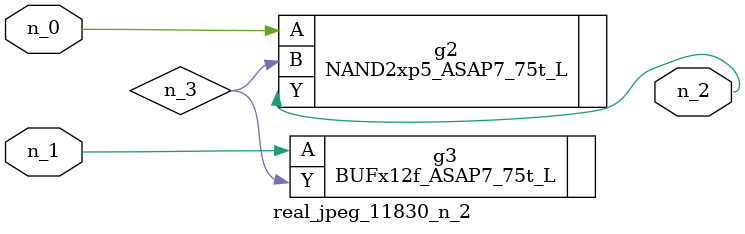
<source format=v>
module real_jpeg_11830_n_2 (n_1, n_0, n_2);

input n_1;
input n_0;

output n_2;

wire n_3;

NAND2xp5_ASAP7_75t_L g2 ( 
.A(n_0),
.B(n_3),
.Y(n_2)
);

BUFx12f_ASAP7_75t_L g3 ( 
.A(n_1),
.Y(n_3)
);


endmodule
</source>
